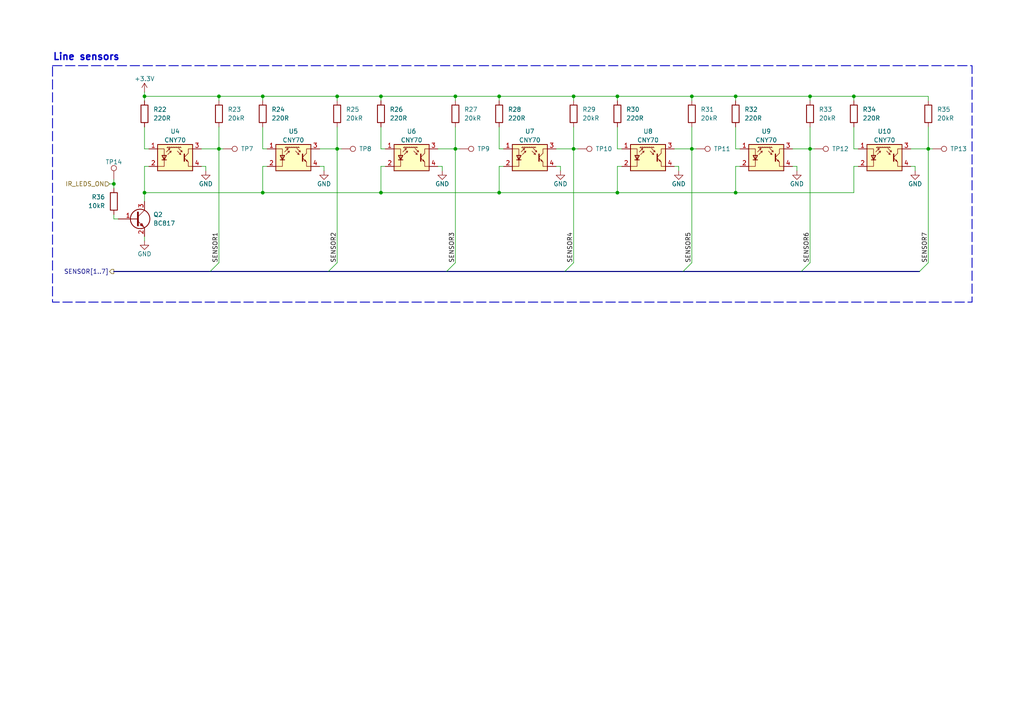
<source format=kicad_sch>
(kicad_sch (version 20230121) (generator eeschema)

  (uuid 7a59dcc8-2d97-4be6-baaa-61b01ee53be7)

  (paper "A4")

  (lib_symbols
    (symbol "Connector:TestPoint" (pin_numbers hide) (pin_names (offset 0.762) hide) (in_bom yes) (on_board yes)
      (property "Reference" "TP" (at 0 6.858 0)
        (effects (font (size 1.27 1.27)))
      )
      (property "Value" "TestPoint" (at 0 5.08 0)
        (effects (font (size 1.27 1.27)))
      )
      (property "Footprint" "" (at 5.08 0 0)
        (effects (font (size 1.27 1.27)) hide)
      )
      (property "Datasheet" "~" (at 5.08 0 0)
        (effects (font (size 1.27 1.27)) hide)
      )
      (property "ki_keywords" "test point tp" (at 0 0 0)
        (effects (font (size 1.27 1.27)) hide)
      )
      (property "ki_description" "test point" (at 0 0 0)
        (effects (font (size 1.27 1.27)) hide)
      )
      (property "ki_fp_filters" "Pin* Test*" (at 0 0 0)
        (effects (font (size 1.27 1.27)) hide)
      )
      (symbol "TestPoint_0_1"
        (circle (center 0 3.302) (radius 0.762)
          (stroke (width 0) (type default))
          (fill (type none))
        )
      )
      (symbol "TestPoint_1_1"
        (pin passive line (at 0 0 90) (length 2.54)
          (name "1" (effects (font (size 1.27 1.27))))
          (number "1" (effects (font (size 1.27 1.27))))
        )
      )
    )
    (symbol "Device:R" (pin_numbers hide) (pin_names (offset 0)) (in_bom yes) (on_board yes)
      (property "Reference" "R" (at 2.032 0 90)
        (effects (font (size 1.27 1.27)))
      )
      (property "Value" "R" (at 0 0 90)
        (effects (font (size 1.27 1.27)))
      )
      (property "Footprint" "" (at -1.778 0 90)
        (effects (font (size 1.27 1.27)) hide)
      )
      (property "Datasheet" "~" (at 0 0 0)
        (effects (font (size 1.27 1.27)) hide)
      )
      (property "ki_keywords" "R res resistor" (at 0 0 0)
        (effects (font (size 1.27 1.27)) hide)
      )
      (property "ki_description" "Resistor" (at 0 0 0)
        (effects (font (size 1.27 1.27)) hide)
      )
      (property "ki_fp_filters" "R_*" (at 0 0 0)
        (effects (font (size 1.27 1.27)) hide)
      )
      (symbol "R_0_1"
        (rectangle (start -1.016 -2.54) (end 1.016 2.54)
          (stroke (width 0.254) (type default))
          (fill (type none))
        )
      )
      (symbol "R_1_1"
        (pin passive line (at 0 3.81 270) (length 1.27)
          (name "~" (effects (font (size 1.27 1.27))))
          (number "1" (effects (font (size 1.27 1.27))))
        )
        (pin passive line (at 0 -3.81 90) (length 1.27)
          (name "~" (effects (font (size 1.27 1.27))))
          (number "2" (effects (font (size 1.27 1.27))))
        )
      )
    )
    (symbol "Sensor_Proximity:CNY70" (pin_names (offset 1.016) hide) (in_bom yes) (on_board yes)
      (property "Reference" "U" (at -5.08 5.08 0)
        (effects (font (size 1.27 1.27)))
      )
      (property "Value" "CNY70" (at 5.08 5.08 0)
        (effects (font (size 1.27 1.27)) (justify right))
      )
      (property "Footprint" "OptoDevice:Vishay_CNY70" (at 0 -5.08 0)
        (effects (font (size 1.27 1.27)) hide)
      )
      (property "Datasheet" "https://www.vishay.com/docs/83751/cny70.pdf" (at 0 2.54 0)
        (effects (font (size 1.27 1.27)) hide)
      )
      (property "ki_keywords" "Reflective Optical Sensor Opto" (at 0 0 0)
        (effects (font (size 1.27 1.27)) hide)
      )
      (property "ki_description" "Reflective Optical Sensor with Transistor Output" (at 0 0 0)
        (effects (font (size 1.27 1.27)) hide)
      )
      (property "ki_fp_filters" "Vishay*CNY70*" (at 0 0 0)
        (effects (font (size 1.27 1.27)) hide)
      )
      (symbol "CNY70_0_1"
        (polyline
          (pts
            (xy -3.81 -0.635)
            (xy -2.54 -0.635)
          )
          (stroke (width 0.254) (type default))
          (fill (type none))
        )
        (polyline
          (pts
            (xy -2.286 2.921)
            (xy -2.032 3.175)
          )
          (stroke (width 0) (type default))
          (fill (type none))
        )
        (polyline
          (pts
            (xy -1.778 2.921)
            (xy -1.524 3.175)
          )
          (stroke (width 0) (type default))
          (fill (type none))
        )
        (polyline
          (pts
            (xy -1.524 2.667)
            (xy -1.651 2.159)
          )
          (stroke (width 0) (type default))
          (fill (type none))
        )
        (polyline
          (pts
            (xy -1.27 2.921)
            (xy -1.016 3.175)
          )
          (stroke (width 0) (type default))
          (fill (type none))
        )
        (polyline
          (pts
            (xy -1.143 1.905)
            (xy -1.27 1.397)
          )
          (stroke (width 0) (type default))
          (fill (type none))
        )
        (polyline
          (pts
            (xy -0.762 2.921)
            (xy -0.508 3.175)
          )
          (stroke (width 0) (type default))
          (fill (type none))
        )
        (polyline
          (pts
            (xy -0.254 2.921)
            (xy 0 3.175)
          )
          (stroke (width 0) (type default))
          (fill (type none))
        )
        (polyline
          (pts
            (xy 0.254 2.921)
            (xy 0.508 3.175)
          )
          (stroke (width 0) (type default))
          (fill (type none))
        )
        (polyline
          (pts
            (xy 0.762 2.921)
            (xy 1.016 3.175)
          )
          (stroke (width 0) (type default))
          (fill (type none))
        )
        (polyline
          (pts
            (xy 1.27 2.921)
            (xy 1.524 3.175)
          )
          (stroke (width 0) (type default))
          (fill (type none))
        )
        (polyline
          (pts
            (xy 1.651 0.889)
            (xy 1.143 1.016)
          )
          (stroke (width 0) (type default))
          (fill (type none))
        )
        (polyline
          (pts
            (xy 1.778 2.921)
            (xy -2.413 2.921)
          )
          (stroke (width 0) (type default))
          (fill (type none))
        )
        (polyline
          (pts
            (xy 2.032 1.651)
            (xy 1.524 1.778)
          )
          (stroke (width 0) (type default))
          (fill (type none))
        )
        (polyline
          (pts
            (xy 2.667 -0.127)
            (xy 3.81 -1.27)
          )
          (stroke (width 0) (type default))
          (fill (type none))
        )
        (polyline
          (pts
            (xy 2.667 0.127)
            (xy 3.81 1.27)
          )
          (stroke (width 0) (type default))
          (fill (type none))
        )
        (polyline
          (pts
            (xy -2.54 1.651)
            (xy -1.524 2.667)
            (xy -2.032 2.54)
          )
          (stroke (width 0) (type default))
          (fill (type none))
        )
        (polyline
          (pts
            (xy -2.159 0.889)
            (xy -1.143 1.905)
            (xy -1.651 1.778)
          )
          (stroke (width 0) (type default))
          (fill (type none))
        )
        (polyline
          (pts
            (xy 0.635 1.905)
            (xy 1.651 0.889)
            (xy 1.524 1.397)
          )
          (stroke (width 0) (type default))
          (fill (type none))
        )
        (polyline
          (pts
            (xy 1.016 2.667)
            (xy 2.032 1.651)
            (xy 1.905 2.159)
          )
          (stroke (width 0) (type default))
          (fill (type none))
        )
        (polyline
          (pts
            (xy 2.667 1.016)
            (xy 2.667 -1.016)
            (xy 2.667 -1.016)
          )
          (stroke (width 0.3556) (type default))
          (fill (type none))
        )
        (polyline
          (pts
            (xy 3.81 -1.27)
            (xy 3.81 -2.54)
            (xy 5.08 -2.54)
          )
          (stroke (width 0) (type default))
          (fill (type none))
        )
        (polyline
          (pts
            (xy 3.81 1.27)
            (xy 3.81 2.54)
            (xy 5.08 2.54)
          )
          (stroke (width 0) (type default))
          (fill (type none))
        )
        (polyline
          (pts
            (xy -5.08 -2.54)
            (xy -3.175 -2.54)
            (xy -3.175 2.54)
            (xy -5.08 2.54)
          )
          (stroke (width 0) (type default))
          (fill (type none))
        )
        (polyline
          (pts
            (xy -3.175 -0.635)
            (xy -3.81 0.635)
            (xy -2.54 0.635)
            (xy -3.175 -0.635)
          )
          (stroke (width 0.254) (type default))
          (fill (type none))
        )
        (polyline
          (pts
            (xy 3.683 -1.143)
            (xy 3.429 -0.635)
            (xy 3.175 -0.889)
            (xy 3.683 -1.143)
          )
          (stroke (width 0) (type default))
          (fill (type none))
        )
        (polyline
          (pts
            (xy -5.08 -3.81)
            (xy 5.08 -3.81)
            (xy 5.08 3.81)
            (xy -5.08 3.81)
            (xy -5.08 -3.81)
          )
          (stroke (width 0.254) (type default))
          (fill (type background))
        )
      )
      (symbol "CNY70_1_1"
        (pin passive line (at -7.62 2.54 0) (length 2.54)
          (name "A" (effects (font (size 1.27 1.27))))
          (number "1" (effects (font (size 1.27 1.27))))
        )
        (pin passive line (at -7.62 -2.54 0) (length 2.54)
          (name "K" (effects (font (size 1.27 1.27))))
          (number "2" (effects (font (size 1.27 1.27))))
        )
        (pin open_collector line (at 7.62 2.54 180) (length 2.54)
          (name "C" (effects (font (size 1.27 1.27))))
          (number "3" (effects (font (size 1.27 1.27))))
        )
        (pin open_emitter line (at 7.62 -2.54 180) (length 2.54)
          (name "E" (effects (font (size 1.27 1.27))))
          (number "4" (effects (font (size 1.27 1.27))))
        )
      )
    )
    (symbol "Transistor_BJT:BC817" (pin_names (offset 0) hide) (in_bom yes) (on_board yes)
      (property "Reference" "Q" (at 5.08 1.905 0)
        (effects (font (size 1.27 1.27)) (justify left))
      )
      (property "Value" "BC817" (at 5.08 0 0)
        (effects (font (size 1.27 1.27)) (justify left))
      )
      (property "Footprint" "Package_TO_SOT_SMD:SOT-23" (at 5.08 -1.905 0)
        (effects (font (size 1.27 1.27) italic) (justify left) hide)
      )
      (property "Datasheet" "https://www.onsemi.com/pub/Collateral/BC818-D.pdf" (at 0 0 0)
        (effects (font (size 1.27 1.27)) (justify left) hide)
      )
      (property "ki_keywords" "NPN Transistor" (at 0 0 0)
        (effects (font (size 1.27 1.27)) hide)
      )
      (property "ki_description" "0.8A Ic, 45V Vce, NPN Transistor, SOT-23" (at 0 0 0)
        (effects (font (size 1.27 1.27)) hide)
      )
      (property "ki_fp_filters" "SOT?23*" (at 0 0 0)
        (effects (font (size 1.27 1.27)) hide)
      )
      (symbol "BC817_0_1"
        (polyline
          (pts
            (xy 0.635 0.635)
            (xy 2.54 2.54)
          )
          (stroke (width 0) (type default))
          (fill (type none))
        )
        (polyline
          (pts
            (xy 0.635 -0.635)
            (xy 2.54 -2.54)
            (xy 2.54 -2.54)
          )
          (stroke (width 0) (type default))
          (fill (type none))
        )
        (polyline
          (pts
            (xy 0.635 1.905)
            (xy 0.635 -1.905)
            (xy 0.635 -1.905)
          )
          (stroke (width 0.508) (type default))
          (fill (type none))
        )
        (polyline
          (pts
            (xy 1.27 -1.778)
            (xy 1.778 -1.27)
            (xy 2.286 -2.286)
            (xy 1.27 -1.778)
            (xy 1.27 -1.778)
          )
          (stroke (width 0) (type default))
          (fill (type outline))
        )
        (circle (center 1.27 0) (radius 2.8194)
          (stroke (width 0.254) (type default))
          (fill (type none))
        )
      )
      (symbol "BC817_1_1"
        (pin input line (at -5.08 0 0) (length 5.715)
          (name "B" (effects (font (size 1.27 1.27))))
          (number "1" (effects (font (size 1.27 1.27))))
        )
        (pin passive line (at 2.54 -5.08 90) (length 2.54)
          (name "E" (effects (font (size 1.27 1.27))))
          (number "2" (effects (font (size 1.27 1.27))))
        )
        (pin passive line (at 2.54 5.08 270) (length 2.54)
          (name "C" (effects (font (size 1.27 1.27))))
          (number "3" (effects (font (size 1.27 1.27))))
        )
      )
    )
    (symbol "power:+3.3V" (power) (pin_names (offset 0)) (in_bom yes) (on_board yes)
      (property "Reference" "#PWR" (at 0 -3.81 0)
        (effects (font (size 1.27 1.27)) hide)
      )
      (property "Value" "+3.3V" (at 0 3.556 0)
        (effects (font (size 1.27 1.27)))
      )
      (property "Footprint" "" (at 0 0 0)
        (effects (font (size 1.27 1.27)) hide)
      )
      (property "Datasheet" "" (at 0 0 0)
        (effects (font (size 1.27 1.27)) hide)
      )
      (property "ki_keywords" "global power" (at 0 0 0)
        (effects (font (size 1.27 1.27)) hide)
      )
      (property "ki_description" "Power symbol creates a global label with name \"+3.3V\"" (at 0 0 0)
        (effects (font (size 1.27 1.27)) hide)
      )
      (symbol "+3.3V_0_1"
        (polyline
          (pts
            (xy -0.762 1.27)
            (xy 0 2.54)
          )
          (stroke (width 0) (type default))
          (fill (type none))
        )
        (polyline
          (pts
            (xy 0 0)
            (xy 0 2.54)
          )
          (stroke (width 0) (type default))
          (fill (type none))
        )
        (polyline
          (pts
            (xy 0 2.54)
            (xy 0.762 1.27)
          )
          (stroke (width 0) (type default))
          (fill (type none))
        )
      )
      (symbol "+3.3V_1_1"
        (pin power_in line (at 0 0 90) (length 0) hide
          (name "+3.3V" (effects (font (size 1.27 1.27))))
          (number "1" (effects (font (size 1.27 1.27))))
        )
      )
    )
    (symbol "power:GND" (power) (pin_names (offset 0)) (in_bom yes) (on_board yes)
      (property "Reference" "#PWR" (at 0 -6.35 0)
        (effects (font (size 1.27 1.27)) hide)
      )
      (property "Value" "GND" (at 0 -3.81 0)
        (effects (font (size 1.27 1.27)))
      )
      (property "Footprint" "" (at 0 0 0)
        (effects (font (size 1.27 1.27)) hide)
      )
      (property "Datasheet" "" (at 0 0 0)
        (effects (font (size 1.27 1.27)) hide)
      )
      (property "ki_keywords" "global power" (at 0 0 0)
        (effects (font (size 1.27 1.27)) hide)
      )
      (property "ki_description" "Power symbol creates a global label with name \"GND\" , ground" (at 0 0 0)
        (effects (font (size 1.27 1.27)) hide)
      )
      (symbol "GND_0_1"
        (polyline
          (pts
            (xy 0 0)
            (xy 0 -1.27)
            (xy 1.27 -1.27)
            (xy 0 -2.54)
            (xy -1.27 -1.27)
            (xy 0 -1.27)
          )
          (stroke (width 0) (type default))
          (fill (type none))
        )
      )
      (symbol "GND_1_1"
        (pin power_in line (at 0 0 270) (length 0) hide
          (name "GND" (effects (font (size 1.27 1.27))))
          (number "1" (effects (font (size 1.27 1.27))))
        )
      )
    )
  )

  (junction (at 97.79 27.94) (diameter 0) (color 0 0 0 0)
    (uuid 07940eaf-416e-4137-8395-48363ca29ffd)
  )
  (junction (at 234.95 27.94) (diameter 0) (color 0 0 0 0)
    (uuid 0fa2c53a-b3e1-4b10-a59f-86d7156ac5e3)
  )
  (junction (at 144.78 27.94) (diameter 0) (color 0 0 0 0)
    (uuid 14477e68-a2f6-411b-8c79-9eac01eda374)
  )
  (junction (at 213.36 55.88) (diameter 0) (color 0 0 0 0)
    (uuid 149bad4d-f332-43e6-8112-76d6ea657bcb)
  )
  (junction (at 76.2 55.88) (diameter 0) (color 0 0 0 0)
    (uuid 1a47e295-b184-4c21-9955-29c8b1f6a53b)
  )
  (junction (at 33.02 53.34) (diameter 0) (color 0 0 0 0)
    (uuid 1acfc9e7-f630-4f87-989e-3237005795c3)
  )
  (junction (at 63.5 27.94) (diameter 0) (color 0 0 0 0)
    (uuid 2986338d-a0f5-49f4-befb-77ae1a6d2526)
  )
  (junction (at 63.5 43.18) (diameter 0) (color 0 0 0 0)
    (uuid 2ac5e124-d4bc-46b1-9bfb-a8bfaec80931)
  )
  (junction (at 269.24 43.18) (diameter 0) (color 0 0 0 0)
    (uuid 2f2a3ba6-52e8-46c0-ba33-6dba8764b0a4)
  )
  (junction (at 200.66 43.18) (diameter 0) (color 0 0 0 0)
    (uuid 36283608-a955-44f0-845b-9e8b51cc29cb)
  )
  (junction (at 132.08 43.18) (diameter 0) (color 0 0 0 0)
    (uuid 3bf1d562-c9f4-4184-9f1e-70c816a87def)
  )
  (junction (at 213.36 27.94) (diameter 0) (color 0 0 0 0)
    (uuid 492c7b6c-b167-4180-9301-00f0202303f8)
  )
  (junction (at 97.79 43.18) (diameter 0) (color 0 0 0 0)
    (uuid 5fb33918-872a-49ed-ac3f-aad4541e62d8)
  )
  (junction (at 166.37 43.18) (diameter 0) (color 0 0 0 0)
    (uuid 6a9e9af4-a4a0-41a8-af3f-ba9b6f2b9264)
  )
  (junction (at 110.49 27.94) (diameter 0) (color 0 0 0 0)
    (uuid 6c1df41d-b3a5-46e8-b2bd-314d16c794e0)
  )
  (junction (at 41.91 55.88) (diameter 0) (color 0 0 0 0)
    (uuid 71969a1f-64cb-4d1d-9ded-b68c1dc7b884)
  )
  (junction (at 41.91 27.94) (diameter 0) (color 0 0 0 0)
    (uuid 797895db-e0ca-4262-a28a-771b9aab33c8)
  )
  (junction (at 76.2 27.94) (diameter 0) (color 0 0 0 0)
    (uuid bb1d3a12-d1bd-402c-937f-30c0b3e610fd)
  )
  (junction (at 179.07 55.88) (diameter 0) (color 0 0 0 0)
    (uuid bf75879b-0420-4a06-9610-6f06a6ed815d)
  )
  (junction (at 110.49 55.88) (diameter 0) (color 0 0 0 0)
    (uuid c7fb9066-6121-4ee5-9bb4-fbe91a571d51)
  )
  (junction (at 200.66 27.94) (diameter 0) (color 0 0 0 0)
    (uuid c7ff7d42-b697-41ef-870c-7005c851eae2)
  )
  (junction (at 247.65 27.94) (diameter 0) (color 0 0 0 0)
    (uuid d527f215-8251-4569-9228-39262e23746e)
  )
  (junction (at 179.07 27.94) (diameter 0) (color 0 0 0 0)
    (uuid d75f811b-a92a-4f4b-b104-d1dac483a03e)
  )
  (junction (at 166.37 27.94) (diameter 0) (color 0 0 0 0)
    (uuid e1febdff-c70f-451e-94c9-01f047547197)
  )
  (junction (at 234.95 43.18) (diameter 0) (color 0 0 0 0)
    (uuid f4aa4ab6-f19f-4d44-a172-85f762e31f91)
  )
  (junction (at 132.08 27.94) (diameter 0) (color 0 0 0 0)
    (uuid fabf7346-ee5a-4b5e-92fc-a523bfc68537)
  )
  (junction (at 144.78 55.88) (diameter 0) (color 0 0 0 0)
    (uuid fe44652e-3314-4cff-a464-c64a09b24776)
  )

  (bus_entry (at 129.54 78.74) (size 2.54 -2.54)
    (stroke (width 0) (type default))
    (uuid 1c2ab072-0e8b-427a-aa29-67f4c174c5e6)
  )
  (bus_entry (at 266.7 78.74) (size 2.54 -2.54)
    (stroke (width 0) (type default))
    (uuid 64624b1f-0d31-4b68-b6be-ed594483b19f)
  )
  (bus_entry (at 198.12 78.74) (size 2.54 -2.54)
    (stroke (width 0) (type default))
    (uuid 9a7f08f6-fe3a-4ed5-9a42-bcded5999864)
  )
  (bus_entry (at 95.25 78.74) (size 2.54 -2.54)
    (stroke (width 0) (type default))
    (uuid c46fd2ae-6c03-40b9-9a7c-dbd8d748db9a)
  )
  (bus_entry (at 232.41 78.74) (size 2.54 -2.54)
    (stroke (width 0) (type default))
    (uuid e3660a1b-f9b1-4e29-a441-7210d071d4ef)
  )
  (bus_entry (at 163.83 78.74) (size 2.54 -2.54)
    (stroke (width 0) (type default))
    (uuid ef0aaf9d-338a-4307-af02-0421f2977a11)
  )
  (bus_entry (at 60.96 78.74) (size 2.54 -2.54)
    (stroke (width 0) (type default))
    (uuid f3109ea6-c8f9-42fd-8cfa-db986f6391b2)
  )

  (wire (pts (xy 265.43 49.53) (xy 265.43 48.26))
    (stroke (width 0) (type default))
    (uuid 006620b7-f3da-4505-a993-dd594bc0ba60)
  )
  (wire (pts (xy 132.08 43.18) (xy 132.08 76.2))
    (stroke (width 0) (type default))
    (uuid 028ed994-2a47-4448-a2a4-8849ba614947)
  )
  (wire (pts (xy 63.5 27.94) (xy 76.2 27.94))
    (stroke (width 0) (type default))
    (uuid 0399cc69-8a68-438c-b1a3-9a79131838de)
  )
  (wire (pts (xy 76.2 27.94) (xy 97.79 27.94))
    (stroke (width 0) (type default))
    (uuid 091020f8-e1b8-4ab1-94af-7fb8fcfa4dc6)
  )
  (wire (pts (xy 213.36 55.88) (xy 247.65 55.88))
    (stroke (width 0) (type default))
    (uuid 0a90c0b9-1246-4f6a-a8ac-a277de02e691)
  )
  (wire (pts (xy 110.49 48.26) (xy 111.76 48.26))
    (stroke (width 0) (type default))
    (uuid 0aacd677-ee6c-4018-af8b-8e547422757e)
  )
  (wire (pts (xy 264.16 43.18) (xy 269.24 43.18))
    (stroke (width 0) (type default))
    (uuid 0bf7e3f3-c2bf-4b6c-ad72-edfbd1c5a3d5)
  )
  (wire (pts (xy 200.66 43.18) (xy 201.93 43.18))
    (stroke (width 0) (type default))
    (uuid 0cfe4f50-2d67-40c4-be1c-c43e98fb59e7)
  )
  (bus (pts (xy 95.25 78.74) (xy 129.54 78.74))
    (stroke (width 0) (type default))
    (uuid 0f77fa2f-774b-449f-aa6d-2b609b5a6729)
  )

  (wire (pts (xy 229.87 43.18) (xy 234.95 43.18))
    (stroke (width 0) (type default))
    (uuid 138bffaf-5fe2-4ac1-b133-aab1e2abf463)
  )
  (wire (pts (xy 93.98 48.26) (xy 92.71 48.26))
    (stroke (width 0) (type default))
    (uuid 13aec1ad-646f-450f-8ec7-aa9fa460688d)
  )
  (wire (pts (xy 97.79 29.21) (xy 97.79 27.94))
    (stroke (width 0) (type default))
    (uuid 146100b5-84ab-4e51-85cd-bf6a54104bda)
  )
  (wire (pts (xy 110.49 27.94) (xy 110.49 29.21))
    (stroke (width 0) (type default))
    (uuid 163c6fbb-8a5e-414e-b1e8-86f7d864ef84)
  )
  (wire (pts (xy 166.37 43.18) (xy 166.37 36.83))
    (stroke (width 0) (type default))
    (uuid 17d162bd-5f09-4e5c-97c3-cfa8617f7c48)
  )
  (wire (pts (xy 76.2 55.88) (xy 110.49 55.88))
    (stroke (width 0) (type default))
    (uuid 1941d014-135f-4f5e-85b7-9873052eaca2)
  )
  (wire (pts (xy 196.85 49.53) (xy 196.85 48.26))
    (stroke (width 0) (type default))
    (uuid 199b3a71-bb91-438c-8898-374bcfd2d03d)
  )
  (wire (pts (xy 41.91 27.94) (xy 41.91 29.21))
    (stroke (width 0) (type default))
    (uuid 19ac8c15-30a2-43ff-8239-541191358379)
  )
  (wire (pts (xy 229.87 48.26) (xy 231.14 48.26))
    (stroke (width 0) (type default))
    (uuid 1ddf3bbc-cb9f-4660-9af0-42d8c1feba74)
  )
  (wire (pts (xy 41.91 55.88) (xy 76.2 55.88))
    (stroke (width 0) (type default))
    (uuid 228d09c7-0af8-40dc-b38c-3caa3c42f1ed)
  )
  (wire (pts (xy 234.95 43.18) (xy 236.22 43.18))
    (stroke (width 0) (type default))
    (uuid 29d76769-1839-4486-bcc7-dea1fc1db217)
  )
  (wire (pts (xy 166.37 43.18) (xy 167.64 43.18))
    (stroke (width 0) (type default))
    (uuid 2a302bb6-696e-4ede-ba71-023fc9190d56)
  )
  (wire (pts (xy 92.71 43.18) (xy 97.79 43.18))
    (stroke (width 0) (type default))
    (uuid 30223254-c972-4491-8092-a328357ffc9e)
  )
  (bus (pts (xy 60.96 78.74) (xy 95.25 78.74))
    (stroke (width 0) (type default))
    (uuid 31e65cd0-a967-402d-a37d-ddf7b980a44a)
  )

  (wire (pts (xy 234.95 29.21) (xy 234.95 27.94))
    (stroke (width 0) (type default))
    (uuid 34d253b3-9193-45d5-9d49-b8eab6e57cd0)
  )
  (wire (pts (xy 269.24 43.18) (xy 269.24 36.83))
    (stroke (width 0) (type default))
    (uuid 35d21c87-3190-448a-8444-53a09ad6e4e9)
  )
  (wire (pts (xy 41.91 27.94) (xy 63.5 27.94))
    (stroke (width 0) (type default))
    (uuid 38010972-14a3-416b-afe0-febff21c882a)
  )
  (wire (pts (xy 144.78 55.88) (xy 179.07 55.88))
    (stroke (width 0) (type default))
    (uuid 3905da55-5489-4d31-93ed-31cb2646415a)
  )
  (wire (pts (xy 196.85 48.26) (xy 195.58 48.26))
    (stroke (width 0) (type default))
    (uuid 39fd99bc-298f-4150-b403-a56ec82a7a80)
  )
  (wire (pts (xy 200.66 43.18) (xy 200.66 36.83))
    (stroke (width 0) (type default))
    (uuid 3dca37bb-6371-4a28-a5cd-213d170f086c)
  )
  (wire (pts (xy 41.91 36.83) (xy 41.91 43.18))
    (stroke (width 0) (type default))
    (uuid 3e5f0d6d-1115-42b7-b751-e0978a085048)
  )
  (wire (pts (xy 265.43 48.26) (xy 264.16 48.26))
    (stroke (width 0) (type default))
    (uuid 3f4f3d55-9c92-4fca-9797-ec1ed7323a16)
  )
  (wire (pts (xy 97.79 43.18) (xy 97.79 76.2))
    (stroke (width 0) (type default))
    (uuid 4035fece-40e1-4bec-b480-b2be0a53ee4b)
  )
  (wire (pts (xy 97.79 27.94) (xy 110.49 27.94))
    (stroke (width 0) (type default))
    (uuid 40ce0abd-e791-4462-9445-118af2384143)
  )
  (wire (pts (xy 110.49 55.88) (xy 144.78 55.88))
    (stroke (width 0) (type default))
    (uuid 436d347b-168e-4a5f-bfe1-805310e3c518)
  )
  (wire (pts (xy 247.65 27.94) (xy 247.65 29.21))
    (stroke (width 0) (type default))
    (uuid 451e1dd6-ac89-417a-b799-1dc7a5c29bce)
  )
  (wire (pts (xy 269.24 43.18) (xy 270.51 43.18))
    (stroke (width 0) (type default))
    (uuid 460d99e9-7d29-4438-8095-a068c2c27ee2)
  )
  (wire (pts (xy 213.36 36.83) (xy 213.36 43.18))
    (stroke (width 0) (type default))
    (uuid 461aa108-7e1f-46a6-a803-a21175cdba2a)
  )
  (bus (pts (xy 129.54 78.74) (xy 163.83 78.74))
    (stroke (width 0) (type default))
    (uuid 474931d2-5650-4fe6-8724-7789a2f5791b)
  )

  (wire (pts (xy 231.14 48.26) (xy 231.14 49.53))
    (stroke (width 0) (type default))
    (uuid 475cca80-282b-4d3f-8b90-34ded00fb869)
  )
  (bus (pts (xy 163.83 78.74) (xy 198.12 78.74))
    (stroke (width 0) (type default))
    (uuid 49e5aba2-fe08-4d74-841b-b15650a5a854)
  )

  (wire (pts (xy 41.91 58.42) (xy 41.91 55.88))
    (stroke (width 0) (type default))
    (uuid 4c02953f-82da-4cdf-8ec1-773ed8958648)
  )
  (wire (pts (xy 179.07 55.88) (xy 179.07 48.26))
    (stroke (width 0) (type default))
    (uuid 4d63247d-e3d9-41b7-bf3c-e96d2998ea33)
  )
  (wire (pts (xy 132.08 27.94) (xy 144.78 27.94))
    (stroke (width 0) (type default))
    (uuid 4d8b0d75-b170-4f7d-8b20-5c84805409f4)
  )
  (wire (pts (xy 179.07 36.83) (xy 179.07 43.18))
    (stroke (width 0) (type default))
    (uuid 4d9b0b8d-48ff-4c89-b9dc-562062879c39)
  )
  (wire (pts (xy 63.5 43.18) (xy 63.5 76.2))
    (stroke (width 0) (type default))
    (uuid 4dd8c84e-2245-4036-96b6-647e9cc89806)
  )
  (wire (pts (xy 162.56 48.26) (xy 162.56 49.53))
    (stroke (width 0) (type default))
    (uuid 53bda2aa-bdea-4eec-82c1-bc722ed78b82)
  )
  (wire (pts (xy 213.36 27.94) (xy 234.95 27.94))
    (stroke (width 0) (type default))
    (uuid 58dc4f5e-98b6-4c49-97c4-25444de46939)
  )
  (wire (pts (xy 234.95 43.18) (xy 234.95 76.2))
    (stroke (width 0) (type default))
    (uuid 5967b802-4528-4ab3-9401-d389c2558ec5)
  )
  (wire (pts (xy 132.08 29.21) (xy 132.08 27.94))
    (stroke (width 0) (type default))
    (uuid 5b55568e-e7f9-4283-9e21-585d5ed2acdf)
  )
  (wire (pts (xy 76.2 36.83) (xy 76.2 43.18))
    (stroke (width 0) (type default))
    (uuid 5b8fb077-0f61-4c2a-8a8c-4fb2eea13453)
  )
  (wire (pts (xy 144.78 27.94) (xy 166.37 27.94))
    (stroke (width 0) (type default))
    (uuid 5d5fef6b-7883-4fca-b477-1357e2e08c5e)
  )
  (wire (pts (xy 200.66 43.18) (xy 200.66 76.2))
    (stroke (width 0) (type default))
    (uuid 65cb7eff-1d4c-4a9b-87ee-25d26121cb71)
  )
  (wire (pts (xy 166.37 27.94) (xy 179.07 27.94))
    (stroke (width 0) (type default))
    (uuid 66d78096-8a69-46f7-8de9-b85f8ac371c1)
  )
  (bus (pts (xy 232.41 78.74) (xy 266.7 78.74))
    (stroke (width 0) (type default))
    (uuid 670e30ba-9899-45c2-9e7b-2255cbd2e8be)
  )

  (wire (pts (xy 31.75 53.34) (xy 33.02 53.34))
    (stroke (width 0) (type default))
    (uuid 6957214d-140a-4716-a18d-871c814e2cec)
  )
  (wire (pts (xy 127 48.26) (xy 128.27 48.26))
    (stroke (width 0) (type default))
    (uuid 695d39fc-dc2a-4f93-99e9-ef1cbfdf94b0)
  )
  (wire (pts (xy 76.2 55.88) (xy 76.2 48.26))
    (stroke (width 0) (type default))
    (uuid 6ae45239-de70-44a0-9a06-9e4aa801f1f9)
  )
  (wire (pts (xy 63.5 43.18) (xy 64.77 43.18))
    (stroke (width 0) (type default))
    (uuid 6af7ff92-7fcd-4b89-bef0-46c2ff1c2dbe)
  )
  (wire (pts (xy 33.02 62.23) (xy 33.02 63.5))
    (stroke (width 0) (type default))
    (uuid 6d946b62-9eaf-4186-93b8-e87ccf15acbb)
  )
  (bus (pts (xy 198.12 78.74) (xy 232.41 78.74))
    (stroke (width 0) (type default))
    (uuid 7f3fef37-c5a2-42a6-9d91-35880cb40f8f)
  )

  (wire (pts (xy 200.66 29.21) (xy 200.66 27.94))
    (stroke (width 0) (type default))
    (uuid 811ffe69-0c69-43fc-9aee-bdd635f1f3e6)
  )
  (wire (pts (xy 269.24 27.94) (xy 247.65 27.94))
    (stroke (width 0) (type default))
    (uuid 854c7813-0876-4d9a-9e37-68a5a363beff)
  )
  (wire (pts (xy 213.36 48.26) (xy 214.63 48.26))
    (stroke (width 0) (type default))
    (uuid 86616f90-7005-4922-a39b-684f472b4cdd)
  )
  (wire (pts (xy 144.78 43.18) (xy 146.05 43.18))
    (stroke (width 0) (type default))
    (uuid 87f026e1-af66-45eb-8bc8-f3a276e3b59f)
  )
  (wire (pts (xy 132.08 43.18) (xy 132.08 36.83))
    (stroke (width 0) (type default))
    (uuid 8b75dd96-6b04-4894-b12c-91e105643731)
  )
  (wire (pts (xy 179.07 55.88) (xy 213.36 55.88))
    (stroke (width 0) (type default))
    (uuid 8bf088cc-ddf4-426c-b2c8-6ba0141094ef)
  )
  (wire (pts (xy 128.27 48.26) (xy 128.27 49.53))
    (stroke (width 0) (type default))
    (uuid 8ce1f3b3-557f-4b18-91b6-dc8c971f5690)
  )
  (wire (pts (xy 269.24 43.18) (xy 269.24 76.2))
    (stroke (width 0) (type default))
    (uuid 92997845-937e-4bdc-bea5-c959f95cd8a6)
  )
  (wire (pts (xy 110.49 27.94) (xy 132.08 27.94))
    (stroke (width 0) (type default))
    (uuid 95f4d6a2-e33e-4091-9eab-e6442e61e441)
  )
  (wire (pts (xy 144.78 27.94) (xy 144.78 29.21))
    (stroke (width 0) (type default))
    (uuid 96efc55e-a601-42a3-a4ea-06658fce8bd1)
  )
  (wire (pts (xy 213.36 27.94) (xy 213.36 29.21))
    (stroke (width 0) (type default))
    (uuid 9a82cc37-ee57-4498-aaac-82e8961730a9)
  )
  (bus (pts (xy 33.02 78.74) (xy 60.96 78.74))
    (stroke (width 0) (type default))
    (uuid 9c905669-715c-436a-a261-80f27f19b098)
  )

  (wire (pts (xy 59.69 48.26) (xy 58.42 48.26))
    (stroke (width 0) (type default))
    (uuid a0b844de-6e68-4b24-b7e6-0349d7bd6e90)
  )
  (wire (pts (xy 76.2 48.26) (xy 77.47 48.26))
    (stroke (width 0) (type default))
    (uuid a3ad7150-85d1-479e-8a5a-892dbebd69de)
  )
  (wire (pts (xy 97.79 43.18) (xy 97.79 36.83))
    (stroke (width 0) (type default))
    (uuid ae360493-096a-4552-ad98-816fca9d483e)
  )
  (wire (pts (xy 179.07 27.94) (xy 179.07 29.21))
    (stroke (width 0) (type default))
    (uuid ae946b06-7fbf-41bc-ad76-c23d3cff6406)
  )
  (wire (pts (xy 63.5 43.18) (xy 63.5 36.83))
    (stroke (width 0) (type default))
    (uuid aff2aac7-6763-4d30-ad6b-083a93869598)
  )
  (wire (pts (xy 269.24 29.21) (xy 269.24 27.94))
    (stroke (width 0) (type default))
    (uuid b092f8a5-e559-42a0-b8e4-61ec0b1de0aa)
  )
  (wire (pts (xy 33.02 53.34) (xy 33.02 54.61))
    (stroke (width 0) (type default))
    (uuid b12c3745-721f-47ee-8618-e858af58503f)
  )
  (wire (pts (xy 247.65 48.26) (xy 248.92 48.26))
    (stroke (width 0) (type default))
    (uuid b15ace7e-6d77-4ccf-8dcc-adc08ba22d7d)
  )
  (wire (pts (xy 144.78 36.83) (xy 144.78 43.18))
    (stroke (width 0) (type default))
    (uuid b15d89fe-007b-48da-b7ca-09b9d1b3625a)
  )
  (wire (pts (xy 247.65 36.83) (xy 247.65 43.18))
    (stroke (width 0) (type default))
    (uuid b397e518-e23e-4eda-85de-26ee09ea0ff5)
  )
  (wire (pts (xy 93.98 49.53) (xy 93.98 48.26))
    (stroke (width 0) (type default))
    (uuid b3e7b584-dc73-405c-9e64-9cdcd5f1cbff)
  )
  (wire (pts (xy 41.91 48.26) (xy 43.18 48.26))
    (stroke (width 0) (type default))
    (uuid b4a5b9f2-2c89-4d76-b22d-d2ed4f7a1a04)
  )
  (wire (pts (xy 166.37 43.18) (xy 166.37 76.2))
    (stroke (width 0) (type default))
    (uuid b5818ee9-0d2e-4c71-ab97-48131721fae4)
  )
  (wire (pts (xy 59.69 49.53) (xy 59.69 48.26))
    (stroke (width 0) (type default))
    (uuid b5c3037c-c9cc-42bf-8f16-08b97521ab92)
  )
  (wire (pts (xy 41.91 48.26) (xy 41.91 55.88))
    (stroke (width 0) (type default))
    (uuid b90d2abd-8105-45ce-87b6-3fef6a00ea31)
  )
  (wire (pts (xy 33.02 63.5) (xy 34.29 63.5))
    (stroke (width 0) (type default))
    (uuid be20e1f9-3368-4481-b9ab-12e83b0a689e)
  )
  (wire (pts (xy 63.5 29.21) (xy 63.5 27.94))
    (stroke (width 0) (type default))
    (uuid befca9ad-dc2b-4659-8786-7e6aa8219a4a)
  )
  (wire (pts (xy 179.07 43.18) (xy 180.34 43.18))
    (stroke (width 0) (type default))
    (uuid bf952a32-c951-406d-877d-4ab402cc54af)
  )
  (wire (pts (xy 234.95 43.18) (xy 234.95 36.83))
    (stroke (width 0) (type default))
    (uuid c262e2ed-1d86-4d98-aa24-125722c22d50)
  )
  (wire (pts (xy 41.91 26.67) (xy 41.91 27.94))
    (stroke (width 0) (type default))
    (uuid c2a31e12-7c5d-4133-95ef-b2fe2589f60d)
  )
  (wire (pts (xy 200.66 27.94) (xy 213.36 27.94))
    (stroke (width 0) (type default))
    (uuid c7def02f-1048-4f30-9bec-67945aed3c6a)
  )
  (wire (pts (xy 97.79 43.18) (xy 99.06 43.18))
    (stroke (width 0) (type default))
    (uuid c92c9899-c7e6-4a75-b356-b6ecd211f0c2)
  )
  (wire (pts (xy 144.78 55.88) (xy 144.78 48.26))
    (stroke (width 0) (type default))
    (uuid cc160cb0-cca8-43f0-889f-82f44aefb8d3)
  )
  (wire (pts (xy 41.91 43.18) (xy 43.18 43.18))
    (stroke (width 0) (type default))
    (uuid cd6081f6-64af-4934-b41b-7118ca2eeed8)
  )
  (wire (pts (xy 161.29 43.18) (xy 166.37 43.18))
    (stroke (width 0) (type default))
    (uuid cfc64a49-9db1-4a33-af3c-8a7a6a060274)
  )
  (wire (pts (xy 213.36 55.88) (xy 213.36 48.26))
    (stroke (width 0) (type default))
    (uuid d17fd1d8-4652-4625-814c-a5e36cfa0cb8)
  )
  (wire (pts (xy 127 43.18) (xy 132.08 43.18))
    (stroke (width 0) (type default))
    (uuid d1b45834-db7c-494f-80f5-728ed28b26e5)
  )
  (wire (pts (xy 76.2 27.94) (xy 76.2 29.21))
    (stroke (width 0) (type default))
    (uuid d3220a60-1db9-4e24-a224-708258adf654)
  )
  (wire (pts (xy 247.65 43.18) (xy 248.92 43.18))
    (stroke (width 0) (type default))
    (uuid d3a58408-eed7-4c56-b8df-0d18dc598ef1)
  )
  (wire (pts (xy 110.49 43.18) (xy 111.76 43.18))
    (stroke (width 0) (type default))
    (uuid d5de86f0-82e4-47ee-85a8-e55e2ecda956)
  )
  (wire (pts (xy 110.49 55.88) (xy 110.49 48.26))
    (stroke (width 0) (type default))
    (uuid d6859193-e772-4359-a521-f121b0f6e459)
  )
  (wire (pts (xy 247.65 55.88) (xy 247.65 48.26))
    (stroke (width 0) (type default))
    (uuid dc9630bb-6d3a-468c-a838-aeccabaa8445)
  )
  (wire (pts (xy 33.02 52.07) (xy 33.02 53.34))
    (stroke (width 0) (type default))
    (uuid e5afde7c-d6e5-49e0-aa99-0ee083c451e8)
  )
  (wire (pts (xy 161.29 48.26) (xy 162.56 48.26))
    (stroke (width 0) (type default))
    (uuid e7cf107d-c323-430a-8b0d-16bf9ff226f4)
  )
  (wire (pts (xy 213.36 43.18) (xy 214.63 43.18))
    (stroke (width 0) (type default))
    (uuid eac2b55f-7845-44f5-ad1d-73a47303eb80)
  )
  (wire (pts (xy 195.58 43.18) (xy 200.66 43.18))
    (stroke (width 0) (type default))
    (uuid eb6ce8b8-1dcc-4a49-8807-bea5e425fd15)
  )
  (wire (pts (xy 166.37 29.21) (xy 166.37 27.94))
    (stroke (width 0) (type default))
    (uuid ecccaca6-55d7-4659-8d68-a18898330f2e)
  )
  (wire (pts (xy 58.42 43.18) (xy 63.5 43.18))
    (stroke (width 0) (type default))
    (uuid ef202db9-f878-4076-8f52-947a9f4aef72)
  )
  (wire (pts (xy 76.2 43.18) (xy 77.47 43.18))
    (stroke (width 0) (type default))
    (uuid f50da240-0bf1-4506-8eb4-4cb731fc1782)
  )
  (wire (pts (xy 179.07 48.26) (xy 180.34 48.26))
    (stroke (width 0) (type default))
    (uuid f65ec4ee-bf50-47dd-bd41-523e2cdd758c)
  )
  (wire (pts (xy 132.08 43.18) (xy 133.35 43.18))
    (stroke (width 0) (type default))
    (uuid f6d512f1-3771-4385-9737-20e6a82b8132)
  )
  (wire (pts (xy 179.07 27.94) (xy 200.66 27.94))
    (stroke (width 0) (type default))
    (uuid f97741bc-6273-4d7b-b016-f8909270eac5)
  )
  (wire (pts (xy 110.49 36.83) (xy 110.49 43.18))
    (stroke (width 0) (type default))
    (uuid fa588506-eb44-49ac-af24-86ebcd10390c)
  )
  (wire (pts (xy 41.91 68.58) (xy 41.91 69.85))
    (stroke (width 0) (type default))
    (uuid fc332173-d2e3-4fba-98d8-0dcb9c5c851c)
  )
  (wire (pts (xy 144.78 48.26) (xy 146.05 48.26))
    (stroke (width 0) (type default))
    (uuid fca6c23c-1afe-4f80-8f8a-c144d68a0fa3)
  )
  (wire (pts (xy 234.95 27.94) (xy 247.65 27.94))
    (stroke (width 0) (type default))
    (uuid ff3ed4a9-db9d-4055-b76a-4a4e7cf816fb)
  )

  (rectangle (start 15.24 19.05) (end 281.94 87.63)
    (stroke (width 0.25) (type dash))
    (fill (type none))
    (uuid 14b40fca-3b67-4da8-b1f3-04cbaedbbc59)
  )

  (text "Line sensors" (at 15.24 17.78 0)
    (effects (font (size 2 2) (thickness 0.4) bold) (justify left bottom))
    (uuid d8a90c04-406b-4ccc-a424-a6496000df70)
  )

  (label "SENSOR7" (at 269.24 76.2 90) (fields_autoplaced)
    (effects (font (size 1.27 1.27)) (justify left bottom))
    (uuid 202ba6a3-58bc-4c33-89c7-1e4f666b8022)
  )
  (label "SENSOR5" (at 200.66 76.2 90) (fields_autoplaced)
    (effects (font (size 1.27 1.27)) (justify left bottom))
    (uuid 2e0e779a-2727-4866-a1b4-27231f1f7ff6)
  )
  (label "SENSOR4" (at 166.37 76.2 90) (fields_autoplaced)
    (effects (font (size 1.27 1.27)) (justify left bottom))
    (uuid 6e598409-e286-4b26-8963-6faf064eb39e)
  )
  (label "SENSOR3" (at 132.08 76.2 90) (fields_autoplaced)
    (effects (font (size 1.27 1.27)) (justify left bottom))
    (uuid 76c21041-2c4f-440d-ab3e-b766c6565982)
  )
  (label "SENSOR1" (at 63.5 76.2 90) (fields_autoplaced)
    (effects (font (size 1.27 1.27)) (justify left bottom))
    (uuid 9939bc2b-164a-41af-8a58-f61d61206402)
  )
  (label "SENSOR2" (at 97.79 76.2 90) (fields_autoplaced)
    (effects (font (size 1.27 1.27)) (justify left bottom))
    (uuid 9c5f35de-1c98-427e-b055-6a6c1dc0727b)
  )
  (label "SENSOR6" (at 234.95 76.2 90) (fields_autoplaced)
    (effects (font (size 1.27 1.27)) (justify left bottom))
    (uuid c44c5e6a-d619-434e-b464-c5724735ef76)
  )

  (hierarchical_label "IR_LEDS_ON" (shape input) (at 31.75 53.34 180) (fields_autoplaced)
    (effects (font (size 1.27 1.27)) (justify right))
    (uuid 1182f4db-8467-4a61-b7d9-6c0ba3645557)
  )
  (hierarchical_label "SENSOR[1..7]" (shape output) (at 33.02 78.74 180) (fields_autoplaced)
    (effects (font (size 1.27 1.27)) (justify right))
    (uuid 2cd8a8e9-5fad-4681-a59b-af4f5e59c4a8)
  )

  (symbol (lib_id "power:GND") (at 93.98 49.53 0) (unit 1)
    (in_bom yes) (on_board yes) (dnp no)
    (uuid 0450e50a-7034-4c7a-a366-4f63e6abed91)
    (property "Reference" "#PWR031" (at 93.98 55.88 0)
      (effects (font (size 1.27 1.27)) hide)
    )
    (property "Value" "GND" (at 93.98 53.34 0)
      (effects (font (size 1.27 1.27)))
    )
    (property "Footprint" "" (at 93.98 49.53 0)
      (effects (font (size 1.27 1.27)) hide)
    )
    (property "Datasheet" "" (at 93.98 49.53 0)
      (effects (font (size 1.27 1.27)) hide)
    )
    (pin "1" (uuid c422b00f-3efe-42ce-8c01-8064a17fcff9))
    (instances
      (project "Autko"
        (path "/8d5cfdec-de34-4148-9100-7125640c46f5/80d635c6-4a73-4538-989a-c930c6a7f33b"
          (reference "#PWR031") (unit 1)
        )
      )
    )
  )

  (symbol (lib_id "Device:R") (at 33.02 58.42 0) (mirror y) (unit 1)
    (in_bom yes) (on_board yes) (dnp no)
    (uuid 0917e50f-04eb-4733-b135-a689c0d9b269)
    (property "Reference" "R36" (at 30.48 57.15 0)
      (effects (font (size 1.27 1.27)) (justify left))
    )
    (property "Value" "10kR" (at 30.48 59.69 0)
      (effects (font (size 1.27 1.27)) (justify left))
    )
    (property "Footprint" "Resistor_SMD:R_0805_2012Metric" (at 34.798 58.42 90)
      (effects (font (size 1.27 1.27)) hide)
    )
    (property "Datasheet" "~" (at 33.02 58.42 0)
      (effects (font (size 1.27 1.27)) hide)
    )
    (pin "1" (uuid f0695340-be49-4a2a-aa8b-f6a053f4e7bc))
    (pin "2" (uuid 38f74ab9-1984-4f9e-bca5-4f25708168fb))
    (instances
      (project "Autko"
        (path "/8d5cfdec-de34-4148-9100-7125640c46f5/80d635c6-4a73-4538-989a-c930c6a7f33b"
          (reference "R36") (unit 1)
        )
      )
    )
  )

  (symbol (lib_id "power:GND") (at 59.69 49.53 0) (unit 1)
    (in_bom yes) (on_board yes) (dnp no)
    (uuid 13e1ce8f-fb7b-4c21-83b4-075e0f4949de)
    (property "Reference" "#PWR030" (at 59.69 55.88 0)
      (effects (font (size 1.27 1.27)) hide)
    )
    (property "Value" "GND" (at 59.69 53.34 0)
      (effects (font (size 1.27 1.27)))
    )
    (property "Footprint" "" (at 59.69 49.53 0)
      (effects (font (size 1.27 1.27)) hide)
    )
    (property "Datasheet" "" (at 59.69 49.53 0)
      (effects (font (size 1.27 1.27)) hide)
    )
    (pin "1" (uuid f09007f2-7718-4cf6-8b27-f16c19206874))
    (instances
      (project "Autko"
        (path "/8d5cfdec-de34-4148-9100-7125640c46f5/80d635c6-4a73-4538-989a-c930c6a7f33b"
          (reference "#PWR030") (unit 1)
        )
      )
    )
  )

  (symbol (lib_id "Device:R") (at 247.65 33.02 0) (unit 1)
    (in_bom yes) (on_board yes) (dnp no)
    (uuid 244b8ebd-cae5-4e2c-94b7-ddbdecf24a10)
    (property "Reference" "R34" (at 250.19 31.75 0)
      (effects (font (size 1.27 1.27)) (justify left))
    )
    (property "Value" "220R" (at 250.19 34.29 0)
      (effects (font (size 1.27 1.27)) (justify left))
    )
    (property "Footprint" "Resistor_SMD:R_0805_2012Metric" (at 245.872 33.02 90)
      (effects (font (size 1.27 1.27)) hide)
    )
    (property "Datasheet" "~" (at 247.65 33.02 0)
      (effects (font (size 1.27 1.27)) hide)
    )
    (pin "1" (uuid 45d0dccf-d222-4c7b-aeb7-35d54e37c9f5))
    (pin "2" (uuid 6ff5d5f6-f188-4d19-91e4-ca47d0e010d3))
    (instances
      (project "Autko"
        (path "/8d5cfdec-de34-4148-9100-7125640c46f5/80d635c6-4a73-4538-989a-c930c6a7f33b"
          (reference "R34") (unit 1)
        )
      )
    )
  )

  (symbol (lib_id "power:+3.3V") (at 41.91 26.67 0) (unit 1)
    (in_bom yes) (on_board yes) (dnp no) (fields_autoplaced)
    (uuid 25560f0d-e40a-421c-89bc-1dddc6499807)
    (property "Reference" "#PWR029" (at 41.91 30.48 0)
      (effects (font (size 1.27 1.27)) hide)
    )
    (property "Value" "+3.3V" (at 41.91 22.86 0)
      (effects (font (size 1.27 1.27)))
    )
    (property "Footprint" "" (at 41.91 26.67 0)
      (effects (font (size 1.27 1.27)) hide)
    )
    (property "Datasheet" "" (at 41.91 26.67 0)
      (effects (font (size 1.27 1.27)) hide)
    )
    (pin "1" (uuid 3de8d23a-cc63-4014-8277-63b5db984204))
    (instances
      (project "Autko"
        (path "/8d5cfdec-de34-4148-9100-7125640c46f5/80d635c6-4a73-4538-989a-c930c6a7f33b"
          (reference "#PWR029") (unit 1)
        )
      )
    )
  )

  (symbol (lib_id "Device:R") (at 144.78 33.02 0) (unit 1)
    (in_bom yes) (on_board yes) (dnp no)
    (uuid 28d3cab0-c672-464c-83cb-cf3c1919a062)
    (property "Reference" "R28" (at 147.32 31.75 0)
      (effects (font (size 1.27 1.27)) (justify left))
    )
    (property "Value" "220R" (at 147.32 34.29 0)
      (effects (font (size 1.27 1.27)) (justify left))
    )
    (property "Footprint" "Resistor_SMD:R_0805_2012Metric" (at 143.002 33.02 90)
      (effects (font (size 1.27 1.27)) hide)
    )
    (property "Datasheet" "~" (at 144.78 33.02 0)
      (effects (font (size 1.27 1.27)) hide)
    )
    (pin "1" (uuid 4aeedc62-ce50-480d-b4aa-2cc56635c157))
    (pin "2" (uuid 9266562a-a508-46a6-adfc-18183b8e3606))
    (instances
      (project "Autko"
        (path "/8d5cfdec-de34-4148-9100-7125640c46f5/80d635c6-4a73-4538-989a-c930c6a7f33b"
          (reference "R28") (unit 1)
        )
      )
    )
  )

  (symbol (lib_id "Connector:TestPoint") (at 236.22 43.18 270) (unit 1)
    (in_bom yes) (on_board yes) (dnp no)
    (uuid 30b9e738-c509-434b-8dba-e016027827a0)
    (property "Reference" "TP12" (at 241.3 43.18 90)
      (effects (font (size 1.27 1.27)) (justify left))
    )
    (property "Value" "TestPoint" (at 241.3 45.085 90)
      (effects (font (size 1.27 1.27)) (justify left) hide)
    )
    (property "Footprint" "TestPoint:TestPoint_Pad_D2.0mm" (at 236.22 48.26 0)
      (effects (font (size 1.27 1.27)) hide)
    )
    (property "Datasheet" "~" (at 236.22 48.26 0)
      (effects (font (size 1.27 1.27)) hide)
    )
    (pin "1" (uuid 0d5d6280-84cb-4498-a9f5-121fcc688551))
    (instances
      (project "Autko"
        (path "/8d5cfdec-de34-4148-9100-7125640c46f5/80d635c6-4a73-4538-989a-c930c6a7f33b"
          (reference "TP12") (unit 1)
        )
      )
    )
  )

  (symbol (lib_id "Connector:TestPoint") (at 133.35 43.18 270) (unit 1)
    (in_bom yes) (on_board yes) (dnp no)
    (uuid 32c4234c-a6c5-4af7-bc76-f213e337dcfc)
    (property "Reference" "TP9" (at 138.43 43.18 90)
      (effects (font (size 1.27 1.27)) (justify left))
    )
    (property "Value" "TestPoint" (at 138.43 45.085 90)
      (effects (font (size 1.27 1.27)) (justify left) hide)
    )
    (property "Footprint" "TestPoint:TestPoint_Pad_D2.0mm" (at 133.35 48.26 0)
      (effects (font (size 1.27 1.27)) hide)
    )
    (property "Datasheet" "~" (at 133.35 48.26 0)
      (effects (font (size 1.27 1.27)) hide)
    )
    (pin "1" (uuid 9d54ec56-ea49-459c-ad0b-11cc199ab9b8))
    (instances
      (project "Autko"
        (path "/8d5cfdec-de34-4148-9100-7125640c46f5/80d635c6-4a73-4538-989a-c930c6a7f33b"
          (reference "TP9") (unit 1)
        )
      )
    )
  )

  (symbol (lib_id "Connector:TestPoint") (at 99.06 43.18 270) (unit 1)
    (in_bom yes) (on_board yes) (dnp no)
    (uuid 3486d5fd-f3b2-471c-a8b9-b37b62d4d732)
    (property "Reference" "TP8" (at 104.14 43.18 90)
      (effects (font (size 1.27 1.27)) (justify left))
    )
    (property "Value" "TestPoint" (at 104.14 45.085 90)
      (effects (font (size 1.27 1.27)) (justify left) hide)
    )
    (property "Footprint" "TestPoint:TestPoint_Pad_D2.0mm" (at 99.06 48.26 0)
      (effects (font (size 1.27 1.27)) hide)
    )
    (property "Datasheet" "~" (at 99.06 48.26 0)
      (effects (font (size 1.27 1.27)) hide)
    )
    (pin "1" (uuid de9f94a7-a900-468a-bbee-8d9aaea8db6d))
    (instances
      (project "Autko"
        (path "/8d5cfdec-de34-4148-9100-7125640c46f5/80d635c6-4a73-4538-989a-c930c6a7f33b"
          (reference "TP8") (unit 1)
        )
      )
    )
  )

  (symbol (lib_id "Sensor_Proximity:CNY70") (at 85.09 45.72 0) (unit 1)
    (in_bom yes) (on_board yes) (dnp no) (fields_autoplaced)
    (uuid 3da03eaf-08e0-4f1a-ab26-3ad7f5697734)
    (property "Reference" "U5" (at 85.09 38.1 0)
      (effects (font (size 1.27 1.27)))
    )
    (property "Value" "CNY70" (at 85.09 40.64 0)
      (effects (font (size 1.27 1.27)))
    )
    (property "Footprint" "Autko:Vishay_CNY70" (at 85.09 50.8 0)
      (effects (font (size 1.27 1.27)) hide)
    )
    (property "Datasheet" "https://www.vishay.com/docs/83751/cny70.pdf" (at 85.09 43.18 0)
      (effects (font (size 1.27 1.27)) hide)
    )
    (pin "1" (uuid 9d3367cc-f245-4127-a894-c9ede961c91a))
    (pin "2" (uuid 828a8471-b92c-49b7-969b-35395d046491))
    (pin "3" (uuid 2fecd2ed-aaa5-4e5f-b2e5-d5ec9f97b1d4))
    (pin "4" (uuid a675cff3-9a11-4038-935c-d69a23482f76))
    (instances
      (project "Autko"
        (path "/8d5cfdec-de34-4148-9100-7125640c46f5/80d635c6-4a73-4538-989a-c930c6a7f33b"
          (reference "U5") (unit 1)
        )
      )
    )
  )

  (symbol (lib_id "Device:R") (at 41.91 33.02 0) (unit 1)
    (in_bom yes) (on_board yes) (dnp no)
    (uuid 3e626efd-930f-4968-8c93-3e30fc1241fa)
    (property "Reference" "R22" (at 44.45 31.75 0)
      (effects (font (size 1.27 1.27)) (justify left))
    )
    (property "Value" "220R" (at 44.45 34.29 0)
      (effects (font (size 1.27 1.27)) (justify left))
    )
    (property "Footprint" "Resistor_SMD:R_0805_2012Metric" (at 40.132 33.02 90)
      (effects (font (size 1.27 1.27)) hide)
    )
    (property "Datasheet" "~" (at 41.91 33.02 0)
      (effects (font (size 1.27 1.27)) hide)
    )
    (pin "1" (uuid f8b246eb-d3f0-430d-914c-225d7bda0a29))
    (pin "2" (uuid cdf9677b-515d-4a4b-9c97-0d2b511f3353))
    (instances
      (project "Autko"
        (path "/8d5cfdec-de34-4148-9100-7125640c46f5/80d635c6-4a73-4538-989a-c930c6a7f33b"
          (reference "R22") (unit 1)
        )
      )
    )
  )

  (symbol (lib_id "power:GND") (at 128.27 49.53 0) (unit 1)
    (in_bom yes) (on_board yes) (dnp no)
    (uuid 43fdcdb3-eb3b-47a5-9e88-c12f40da9ba8)
    (property "Reference" "#PWR032" (at 128.27 55.88 0)
      (effects (font (size 1.27 1.27)) hide)
    )
    (property "Value" "GND" (at 128.27 53.34 0)
      (effects (font (size 1.27 1.27)))
    )
    (property "Footprint" "" (at 128.27 49.53 0)
      (effects (font (size 1.27 1.27)) hide)
    )
    (property "Datasheet" "" (at 128.27 49.53 0)
      (effects (font (size 1.27 1.27)) hide)
    )
    (pin "1" (uuid 531be40d-e2a2-4d5f-897d-29f3cb03a35a))
    (instances
      (project "Autko"
        (path "/8d5cfdec-de34-4148-9100-7125640c46f5/80d635c6-4a73-4538-989a-c930c6a7f33b"
          (reference "#PWR032") (unit 1)
        )
      )
    )
  )

  (symbol (lib_id "Sensor_Proximity:CNY70") (at 119.38 45.72 0) (unit 1)
    (in_bom yes) (on_board yes) (dnp no) (fields_autoplaced)
    (uuid 4a1dc38c-c4a6-4bb9-bca8-dd49e7aa7258)
    (property "Reference" "U6" (at 119.38 38.1 0)
      (effects (font (size 1.27 1.27)))
    )
    (property "Value" "CNY70" (at 119.38 40.64 0)
      (effects (font (size 1.27 1.27)))
    )
    (property "Footprint" "Autko:Vishay_CNY70" (at 119.38 50.8 0)
      (effects (font (size 1.27 1.27)) hide)
    )
    (property "Datasheet" "https://www.vishay.com/docs/83751/cny70.pdf" (at 119.38 43.18 0)
      (effects (font (size 1.27 1.27)) hide)
    )
    (pin "1" (uuid 6f15a2ca-ae5d-4ac1-9a0e-f499564e5bd2))
    (pin "2" (uuid ff205c18-b675-4c12-83a3-ae37e59241ec))
    (pin "3" (uuid ba652523-e0bd-4ef1-ab47-72f0b74828f7))
    (pin "4" (uuid 280e3b2e-1143-419b-9d2e-9f854b026a5d))
    (instances
      (project "Autko"
        (path "/8d5cfdec-de34-4148-9100-7125640c46f5/80d635c6-4a73-4538-989a-c930c6a7f33b"
          (reference "U6") (unit 1)
        )
      )
    )
  )

  (symbol (lib_id "Device:R") (at 63.5 33.02 0) (unit 1)
    (in_bom yes) (on_board yes) (dnp no)
    (uuid 50507f0d-e969-4a82-baca-4bef3908a59e)
    (property "Reference" "R23" (at 66.04 31.75 0)
      (effects (font (size 1.27 1.27)) (justify left))
    )
    (property "Value" "20kR" (at 66.04 34.29 0)
      (effects (font (size 1.27 1.27)) (justify left))
    )
    (property "Footprint" "Resistor_SMD:R_0805_2012Metric" (at 61.722 33.02 90)
      (effects (font (size 1.27 1.27)) hide)
    )
    (property "Datasheet" "~" (at 63.5 33.02 0)
      (effects (font (size 1.27 1.27)) hide)
    )
    (pin "1" (uuid 6c9d5cd8-5249-4db0-8079-83b4d758f96c))
    (pin "2" (uuid 317cf36a-48ff-42f5-b3f3-09f204ab7544))
    (instances
      (project "Autko"
        (path "/8d5cfdec-de34-4148-9100-7125640c46f5/80d635c6-4a73-4538-989a-c930c6a7f33b"
          (reference "R23") (unit 1)
        )
      )
    )
  )

  (symbol (lib_id "Device:R") (at 76.2 33.02 0) (unit 1)
    (in_bom yes) (on_board yes) (dnp no)
    (uuid 580549c7-89e3-481b-83f8-03f1679e60c3)
    (property "Reference" "R24" (at 78.74 31.75 0)
      (effects (font (size 1.27 1.27)) (justify left))
    )
    (property "Value" "220R" (at 78.74 34.29 0)
      (effects (font (size 1.27 1.27)) (justify left))
    )
    (property "Footprint" "Resistor_SMD:R_0805_2012Metric" (at 74.422 33.02 90)
      (effects (font (size 1.27 1.27)) hide)
    )
    (property "Datasheet" "~" (at 76.2 33.02 0)
      (effects (font (size 1.27 1.27)) hide)
    )
    (pin "1" (uuid 8d985bdf-6769-4c34-98dd-e28d68c37f10))
    (pin "2" (uuid bcbb9034-27b1-4694-aefc-d33ebaeb8820))
    (instances
      (project "Autko"
        (path "/8d5cfdec-de34-4148-9100-7125640c46f5/80d635c6-4a73-4538-989a-c930c6a7f33b"
          (reference "R24") (unit 1)
        )
      )
    )
  )

  (symbol (lib_id "Device:R") (at 110.49 33.02 0) (unit 1)
    (in_bom yes) (on_board yes) (dnp no)
    (uuid 6c378301-40cd-43e9-b42d-b3bf5395252d)
    (property "Reference" "R26" (at 113.03 31.75 0)
      (effects (font (size 1.27 1.27)) (justify left))
    )
    (property "Value" "220R" (at 113.03 34.29 0)
      (effects (font (size 1.27 1.27)) (justify left))
    )
    (property "Footprint" "Resistor_SMD:R_0805_2012Metric" (at 108.712 33.02 90)
      (effects (font (size 1.27 1.27)) hide)
    )
    (property "Datasheet" "~" (at 110.49 33.02 0)
      (effects (font (size 1.27 1.27)) hide)
    )
    (pin "1" (uuid 7dc31db5-f764-4b4e-b0bb-3cd4ae194229))
    (pin "2" (uuid 6ca8cfb4-d3e2-41e1-8e53-55f64754dbe4))
    (instances
      (project "Autko"
        (path "/8d5cfdec-de34-4148-9100-7125640c46f5/80d635c6-4a73-4538-989a-c930c6a7f33b"
          (reference "R26") (unit 1)
        )
      )
    )
  )

  (symbol (lib_id "power:GND") (at 196.85 49.53 0) (unit 1)
    (in_bom yes) (on_board yes) (dnp no)
    (uuid 75dcbcfb-f4fd-4fb6-988f-ee8001b35e29)
    (property "Reference" "#PWR034" (at 196.85 55.88 0)
      (effects (font (size 1.27 1.27)) hide)
    )
    (property "Value" "GND" (at 196.85 53.34 0)
      (effects (font (size 1.27 1.27)))
    )
    (property "Footprint" "" (at 196.85 49.53 0)
      (effects (font (size 1.27 1.27)) hide)
    )
    (property "Datasheet" "" (at 196.85 49.53 0)
      (effects (font (size 1.27 1.27)) hide)
    )
    (pin "1" (uuid 37690604-2a36-4403-a407-a342e9b82f0f))
    (instances
      (project "Autko"
        (path "/8d5cfdec-de34-4148-9100-7125640c46f5/80d635c6-4a73-4538-989a-c930c6a7f33b"
          (reference "#PWR034") (unit 1)
        )
      )
    )
  )

  (symbol (lib_id "Device:R") (at 166.37 33.02 0) (unit 1)
    (in_bom yes) (on_board yes) (dnp no)
    (uuid 765301d5-526a-450c-9a20-148220587e7f)
    (property "Reference" "R29" (at 168.91 31.75 0)
      (effects (font (size 1.27 1.27)) (justify left))
    )
    (property "Value" "20kR" (at 168.91 34.29 0)
      (effects (font (size 1.27 1.27)) (justify left))
    )
    (property "Footprint" "Resistor_SMD:R_0805_2012Metric" (at 164.592 33.02 90)
      (effects (font (size 1.27 1.27)) hide)
    )
    (property "Datasheet" "~" (at 166.37 33.02 0)
      (effects (font (size 1.27 1.27)) hide)
    )
    (pin "1" (uuid c3f287b3-b3ab-49c5-b441-e7295782a03a))
    (pin "2" (uuid a4d2fedb-6557-486c-87db-dc5e9a55b894))
    (instances
      (project "Autko"
        (path "/8d5cfdec-de34-4148-9100-7125640c46f5/80d635c6-4a73-4538-989a-c930c6a7f33b"
          (reference "R29") (unit 1)
        )
      )
    )
  )

  (symbol (lib_id "Sensor_Proximity:CNY70") (at 153.67 45.72 0) (unit 1)
    (in_bom yes) (on_board yes) (dnp no) (fields_autoplaced)
    (uuid 793466f4-a9b5-4e3b-a90f-df00375f4496)
    (property "Reference" "U7" (at 153.67 38.1 0)
      (effects (font (size 1.27 1.27)))
    )
    (property "Value" "CNY70" (at 153.67 40.64 0)
      (effects (font (size 1.27 1.27)))
    )
    (property "Footprint" "Autko:Vishay_CNY70" (at 153.67 50.8 0)
      (effects (font (size 1.27 1.27)) hide)
    )
    (property "Datasheet" "https://www.vishay.com/docs/83751/cny70.pdf" (at 153.67 43.18 0)
      (effects (font (size 1.27 1.27)) hide)
    )
    (pin "1" (uuid 8c610461-74bc-4c48-9545-c28d68facc4c))
    (pin "2" (uuid 10e4de86-1d00-4cf8-ab82-15777cf6faf6))
    (pin "3" (uuid d7f8044d-6171-4602-a29d-065d6e879390))
    (pin "4" (uuid 768bcdaf-ce65-45ec-837e-d16069d10ee4))
    (instances
      (project "Autko"
        (path "/8d5cfdec-de34-4148-9100-7125640c46f5/80d635c6-4a73-4538-989a-c930c6a7f33b"
          (reference "U7") (unit 1)
        )
      )
    )
  )

  (symbol (lib_id "Transistor_BJT:BC817") (at 39.37 63.5 0) (unit 1)
    (in_bom yes) (on_board yes) (dnp no)
    (uuid 82d5b226-fab1-48a4-adad-0de9049cda60)
    (property "Reference" "Q2" (at 44.45 62.23 0)
      (effects (font (size 1.27 1.27)) (justify left))
    )
    (property "Value" "BC817" (at 44.45 64.77 0)
      (effects (font (size 1.27 1.27)) (justify left))
    )
    (property "Footprint" "Package_TO_SOT_SMD:SOT-23" (at 44.45 65.405 0)
      (effects (font (size 1.27 1.27) italic) (justify left) hide)
    )
    (property "Datasheet" "https://www.onsemi.com/pub/Collateral/BC818-D.pdf" (at 39.37 63.5 0)
      (effects (font (size 1.27 1.27)) (justify left) hide)
    )
    (pin "1" (uuid 67061620-0bb8-4aa9-8a4e-36ec6f327fb1))
    (pin "2" (uuid 1a865a1d-49dc-4796-aab3-786c2df66b63))
    (pin "3" (uuid 10bce63f-14f1-473b-a7f1-5e51039d9aac))
    (instances
      (project "Autko"
        (path "/8d5cfdec-de34-4148-9100-7125640c46f5/80d635c6-4a73-4538-989a-c930c6a7f33b"
          (reference "Q2") (unit 1)
        )
      )
    )
  )

  (symbol (lib_id "Device:R") (at 234.95 33.02 0) (unit 1)
    (in_bom yes) (on_board yes) (dnp no)
    (uuid 8b9e1216-4574-417f-b9fd-bcd3b303aef4)
    (property "Reference" "R33" (at 237.49 31.75 0)
      (effects (font (size 1.27 1.27)) (justify left))
    )
    (property "Value" "20kR" (at 237.49 34.29 0)
      (effects (font (size 1.27 1.27)) (justify left))
    )
    (property "Footprint" "Resistor_SMD:R_0805_2012Metric" (at 233.172 33.02 90)
      (effects (font (size 1.27 1.27)) hide)
    )
    (property "Datasheet" "~" (at 234.95 33.02 0)
      (effects (font (size 1.27 1.27)) hide)
    )
    (pin "1" (uuid 20c555cd-1706-489c-ad04-b70173aba91f))
    (pin "2" (uuid fb9d981f-6a07-4f63-ad0a-f6bad451d0ca))
    (instances
      (project "Autko"
        (path "/8d5cfdec-de34-4148-9100-7125640c46f5/80d635c6-4a73-4538-989a-c930c6a7f33b"
          (reference "R33") (unit 1)
        )
      )
    )
  )

  (symbol (lib_id "Device:R") (at 179.07 33.02 0) (unit 1)
    (in_bom yes) (on_board yes) (dnp no)
    (uuid 8c89ea40-7dec-4b70-96a6-535fcd3e74da)
    (property "Reference" "R30" (at 181.61 31.75 0)
      (effects (font (size 1.27 1.27)) (justify left))
    )
    (property "Value" "220R" (at 181.61 34.29 0)
      (effects (font (size 1.27 1.27)) (justify left))
    )
    (property "Footprint" "Resistor_SMD:R_0805_2012Metric" (at 177.292 33.02 90)
      (effects (font (size 1.27 1.27)) hide)
    )
    (property "Datasheet" "~" (at 179.07 33.02 0)
      (effects (font (size 1.27 1.27)) hide)
    )
    (pin "1" (uuid bbecf8af-37c2-4a3d-97ac-40873a4a841a))
    (pin "2" (uuid 13b9294b-3576-4d48-bbf8-00c9112cc354))
    (instances
      (project "Autko"
        (path "/8d5cfdec-de34-4148-9100-7125640c46f5/80d635c6-4a73-4538-989a-c930c6a7f33b"
          (reference "R30") (unit 1)
        )
      )
    )
  )

  (symbol (lib_id "Connector:TestPoint") (at 201.93 43.18 270) (unit 1)
    (in_bom yes) (on_board yes) (dnp no)
    (uuid 8d191f70-a0c5-4fac-8be5-a42c807920da)
    (property "Reference" "TP11" (at 207.01 43.18 90)
      (effects (font (size 1.27 1.27)) (justify left))
    )
    (property "Value" "TestPoint" (at 207.01 45.085 90)
      (effects (font (size 1.27 1.27)) (justify left) hide)
    )
    (property "Footprint" "TestPoint:TestPoint_Pad_D2.0mm" (at 201.93 48.26 0)
      (effects (font (size 1.27 1.27)) hide)
    )
    (property "Datasheet" "~" (at 201.93 48.26 0)
      (effects (font (size 1.27 1.27)) hide)
    )
    (pin "1" (uuid 4dd96c23-53d5-4417-8e4a-3d15b6c250d2))
    (instances
      (project "Autko"
        (path "/8d5cfdec-de34-4148-9100-7125640c46f5/80d635c6-4a73-4538-989a-c930c6a7f33b"
          (reference "TP11") (unit 1)
        )
      )
    )
  )

  (symbol (lib_id "Connector:TestPoint") (at 33.02 52.07 0) (unit 1)
    (in_bom yes) (on_board yes) (dnp no)
    (uuid 97253fda-20a5-4600-a9f9-f725b0150c37)
    (property "Reference" "TP14" (at 33.02 46.99 0)
      (effects (font (size 1.27 1.27)))
    )
    (property "Value" "TestPoint" (at 34.925 46.99 90)
      (effects (font (size 1.27 1.27)) (justify left) hide)
    )
    (property "Footprint" "TestPoint:TestPoint_Pad_D2.0mm" (at 38.1 52.07 0)
      (effects (font (size 1.27 1.27)) hide)
    )
    (property "Datasheet" "~" (at 38.1 52.07 0)
      (effects (font (size 1.27 1.27)) hide)
    )
    (pin "1" (uuid fb9beaf7-786c-435b-8ac9-2a8760162c8b))
    (instances
      (project "Autko"
        (path "/8d5cfdec-de34-4148-9100-7125640c46f5/80d635c6-4a73-4538-989a-c930c6a7f33b"
          (reference "TP14") (unit 1)
        )
      )
    )
  )

  (symbol (lib_id "power:GND") (at 162.56 49.53 0) (unit 1)
    (in_bom yes) (on_board yes) (dnp no)
    (uuid a6bbf96e-2601-4879-b95f-547b3130cef0)
    (property "Reference" "#PWR033" (at 162.56 55.88 0)
      (effects (font (size 1.27 1.27)) hide)
    )
    (property "Value" "GND" (at 162.56 53.34 0)
      (effects (font (size 1.27 1.27)))
    )
    (property "Footprint" "" (at 162.56 49.53 0)
      (effects (font (size 1.27 1.27)) hide)
    )
    (property "Datasheet" "" (at 162.56 49.53 0)
      (effects (font (size 1.27 1.27)) hide)
    )
    (pin "1" (uuid 61be8e96-2878-487c-aa63-4a9edc792332))
    (instances
      (project "Autko"
        (path "/8d5cfdec-de34-4148-9100-7125640c46f5/80d635c6-4a73-4538-989a-c930c6a7f33b"
          (reference "#PWR033") (unit 1)
        )
      )
    )
  )

  (symbol (lib_id "Sensor_Proximity:CNY70") (at 50.8 45.72 0) (unit 1)
    (in_bom yes) (on_board yes) (dnp no) (fields_autoplaced)
    (uuid ab3098b6-dd33-4c85-a473-4034b155099b)
    (property "Reference" "U4" (at 50.8 38.1 0)
      (effects (font (size 1.27 1.27)))
    )
    (property "Value" "CNY70" (at 50.8 40.64 0)
      (effects (font (size 1.27 1.27)))
    )
    (property "Footprint" "Autko:Vishay_CNY70" (at 50.8 50.8 0)
      (effects (font (size 1.27 1.27)) hide)
    )
    (property "Datasheet" "https://www.vishay.com/docs/83751/cny70.pdf" (at 50.8 43.18 0)
      (effects (font (size 1.27 1.27)) hide)
    )
    (pin "1" (uuid 5c113dd5-245a-4697-a965-5d5bd3915909))
    (pin "2" (uuid ce28a22a-e432-4412-bcf0-a5ff7bf9f22b))
    (pin "3" (uuid 1c4ed23b-c6c0-4175-86f2-05ac1936ee36))
    (pin "4" (uuid 99f51b5c-2f70-4618-948c-9d5a05248128))
    (instances
      (project "Autko"
        (path "/8d5cfdec-de34-4148-9100-7125640c46f5/80d635c6-4a73-4538-989a-c930c6a7f33b"
          (reference "U4") (unit 1)
        )
      )
    )
  )

  (symbol (lib_id "Device:R") (at 97.79 33.02 0) (unit 1)
    (in_bom yes) (on_board yes) (dnp no)
    (uuid aebd1f5c-0089-4bc4-877f-c5cabd5ce570)
    (property "Reference" "R25" (at 100.33 31.75 0)
      (effects (font (size 1.27 1.27)) (justify left))
    )
    (property "Value" "20kR" (at 100.33 34.29 0)
      (effects (font (size 1.27 1.27)) (justify left))
    )
    (property "Footprint" "Resistor_SMD:R_0805_2012Metric" (at 96.012 33.02 90)
      (effects (font (size 1.27 1.27)) hide)
    )
    (property "Datasheet" "~" (at 97.79 33.02 0)
      (effects (font (size 1.27 1.27)) hide)
    )
    (pin "1" (uuid 775be3cf-506b-4274-b228-f95d13ded347))
    (pin "2" (uuid e1602cd5-e9ca-421e-986a-b3d3e6e48e37))
    (instances
      (project "Autko"
        (path "/8d5cfdec-de34-4148-9100-7125640c46f5/80d635c6-4a73-4538-989a-c930c6a7f33b"
          (reference "R25") (unit 1)
        )
      )
    )
  )

  (symbol (lib_id "Connector:TestPoint") (at 64.77 43.18 270) (unit 1)
    (in_bom yes) (on_board yes) (dnp no)
    (uuid b15bed5d-7296-4d6d-98da-5097c858cc9d)
    (property "Reference" "TP7" (at 69.85 43.18 90)
      (effects (font (size 1.27 1.27)) (justify left))
    )
    (property "Value" "TestPoint" (at 69.85 45.085 90)
      (effects (font (size 1.27 1.27)) (justify left) hide)
    )
    (property "Footprint" "TestPoint:TestPoint_Pad_D2.0mm" (at 64.77 48.26 0)
      (effects (font (size 1.27 1.27)) hide)
    )
    (property "Datasheet" "~" (at 64.77 48.26 0)
      (effects (font (size 1.27 1.27)) hide)
    )
    (pin "1" (uuid 6eb4b800-f5c9-4071-97f2-1573e8c1a8cb))
    (instances
      (project "Autko"
        (path "/8d5cfdec-de34-4148-9100-7125640c46f5/80d635c6-4a73-4538-989a-c930c6a7f33b"
          (reference "TP7") (unit 1)
        )
      )
    )
  )

  (symbol (lib_id "Device:R") (at 200.66 33.02 0) (unit 1)
    (in_bom yes) (on_board yes) (dnp no)
    (uuid b998161f-7718-4789-9088-b3e0300e3f20)
    (property "Reference" "R31" (at 203.2 31.75 0)
      (effects (font (size 1.27 1.27)) (justify left))
    )
    (property "Value" "20kR" (at 203.2 34.29 0)
      (effects (font (size 1.27 1.27)) (justify left))
    )
    (property "Footprint" "Resistor_SMD:R_0805_2012Metric" (at 198.882 33.02 90)
      (effects (font (size 1.27 1.27)) hide)
    )
    (property "Datasheet" "~" (at 200.66 33.02 0)
      (effects (font (size 1.27 1.27)) hide)
    )
    (pin "1" (uuid 9e1121b7-f640-4ca0-a24e-367c56c72039))
    (pin "2" (uuid 862442f2-582a-4a25-adba-c4030adc6e85))
    (instances
      (project "Autko"
        (path "/8d5cfdec-de34-4148-9100-7125640c46f5/80d635c6-4a73-4538-989a-c930c6a7f33b"
          (reference "R31") (unit 1)
        )
      )
    )
  )

  (symbol (lib_id "Device:R") (at 213.36 33.02 0) (unit 1)
    (in_bom yes) (on_board yes) (dnp no)
    (uuid ba2969a4-f1ee-4f86-a5e3-8e40e5c1194b)
    (property "Reference" "R32" (at 215.9 31.75 0)
      (effects (font (size 1.27 1.27)) (justify left))
    )
    (property "Value" "220R" (at 215.9 34.29 0)
      (effects (font (size 1.27 1.27)) (justify left))
    )
    (property "Footprint" "Resistor_SMD:R_0805_2012Metric" (at 211.582 33.02 90)
      (effects (font (size 1.27 1.27)) hide)
    )
    (property "Datasheet" "~" (at 213.36 33.02 0)
      (effects (font (size 1.27 1.27)) hide)
    )
    (pin "1" (uuid 915ca02f-3f6e-478d-bc2b-2208e192341c))
    (pin "2" (uuid d0a07923-28cf-463c-abed-cd8e31da5ec0))
    (instances
      (project "Autko"
        (path "/8d5cfdec-de34-4148-9100-7125640c46f5/80d635c6-4a73-4538-989a-c930c6a7f33b"
          (reference "R32") (unit 1)
        )
      )
    )
  )

  (symbol (lib_id "Sensor_Proximity:CNY70") (at 222.25 45.72 0) (unit 1)
    (in_bom yes) (on_board yes) (dnp no) (fields_autoplaced)
    (uuid c9ae3e98-e983-4d07-b607-33cdab89bc47)
    (property "Reference" "U9" (at 222.25 38.1 0)
      (effects (font (size 1.27 1.27)))
    )
    (property "Value" "CNY70" (at 222.25 40.64 0)
      (effects (font (size 1.27 1.27)))
    )
    (property "Footprint" "Autko:Vishay_CNY70" (at 222.25 50.8 0)
      (effects (font (size 1.27 1.27)) hide)
    )
    (property "Datasheet" "https://www.vishay.com/docs/83751/cny70.pdf" (at 222.25 43.18 0)
      (effects (font (size 1.27 1.27)) hide)
    )
    (pin "1" (uuid 1caf1bd4-7bf1-4161-afaf-2c9c6a62e9ba))
    (pin "2" (uuid 59bd3282-e0ef-4cbc-8d88-3c4561bf5ce5))
    (pin "3" (uuid 071bb905-2549-4786-8359-651fc2fccfdc))
    (pin "4" (uuid 8d8e9048-40c2-40d6-b641-9705bc27986f))
    (instances
      (project "Autko"
        (path "/8d5cfdec-de34-4148-9100-7125640c46f5/80d635c6-4a73-4538-989a-c930c6a7f33b"
          (reference "U9") (unit 1)
        )
      )
    )
  )

  (symbol (lib_id "power:GND") (at 41.91 69.85 0) (unit 1)
    (in_bom yes) (on_board yes) (dnp no)
    (uuid d229dd2a-d1c2-4d17-9419-4da70884ced9)
    (property "Reference" "#PWR037" (at 41.91 76.2 0)
      (effects (font (size 1.27 1.27)) hide)
    )
    (property "Value" "GND" (at 41.91 73.66 0)
      (effects (font (size 1.27 1.27)))
    )
    (property "Footprint" "" (at 41.91 69.85 0)
      (effects (font (size 1.27 1.27)) hide)
    )
    (property "Datasheet" "" (at 41.91 69.85 0)
      (effects (font (size 1.27 1.27)) hide)
    )
    (pin "1" (uuid 42646e29-c1e3-4f81-8a99-a6bcb421c368))
    (instances
      (project "Autko"
        (path "/8d5cfdec-de34-4148-9100-7125640c46f5/80d635c6-4a73-4538-989a-c930c6a7f33b"
          (reference "#PWR037") (unit 1)
        )
      )
    )
  )

  (symbol (lib_id "power:GND") (at 231.14 49.53 0) (unit 1)
    (in_bom yes) (on_board yes) (dnp no)
    (uuid d330b869-06c5-466c-816b-624dd66ba134)
    (property "Reference" "#PWR035" (at 231.14 55.88 0)
      (effects (font (size 1.27 1.27)) hide)
    )
    (property "Value" "GND" (at 231.14 53.34 0)
      (effects (font (size 1.27 1.27)))
    )
    (property "Footprint" "" (at 231.14 49.53 0)
      (effects (font (size 1.27 1.27)) hide)
    )
    (property "Datasheet" "" (at 231.14 49.53 0)
      (effects (font (size 1.27 1.27)) hide)
    )
    (pin "1" (uuid 11c523fa-bb11-478f-95f4-b85cb1ba7766))
    (instances
      (project "Autko"
        (path "/8d5cfdec-de34-4148-9100-7125640c46f5/80d635c6-4a73-4538-989a-c930c6a7f33b"
          (reference "#PWR035") (unit 1)
        )
      )
    )
  )

  (symbol (lib_id "power:GND") (at 265.43 49.53 0) (unit 1)
    (in_bom yes) (on_board yes) (dnp no)
    (uuid d3dbbf99-7462-4ddd-8598-ad56855df291)
    (property "Reference" "#PWR036" (at 265.43 55.88 0)
      (effects (font (size 1.27 1.27)) hide)
    )
    (property "Value" "GND" (at 265.43 53.34 0)
      (effects (font (size 1.27 1.27)))
    )
    (property "Footprint" "" (at 265.43 49.53 0)
      (effects (font (size 1.27 1.27)) hide)
    )
    (property "Datasheet" "" (at 265.43 49.53 0)
      (effects (font (size 1.27 1.27)) hide)
    )
    (pin "1" (uuid c85ef1e4-1120-4a3b-9c7b-c95211ce1522))
    (instances
      (project "Autko"
        (path "/8d5cfdec-de34-4148-9100-7125640c46f5/80d635c6-4a73-4538-989a-c930c6a7f33b"
          (reference "#PWR036") (unit 1)
        )
      )
    )
  )

  (symbol (lib_id "Connector:TestPoint") (at 270.51 43.18 270) (unit 1)
    (in_bom yes) (on_board yes) (dnp no)
    (uuid d5a13234-6389-4f9e-be44-b6b0251f511b)
    (property "Reference" "TP13" (at 275.59 43.18 90)
      (effects (font (size 1.27 1.27)) (justify left))
    )
    (property "Value" "TestPoint" (at 275.59 45.085 90)
      (effects (font (size 1.27 1.27)) (justify left) hide)
    )
    (property "Footprint" "TestPoint:TestPoint_Pad_D2.0mm" (at 270.51 48.26 0)
      (effects (font (size 1.27 1.27)) hide)
    )
    (property "Datasheet" "~" (at 270.51 48.26 0)
      (effects (font (size 1.27 1.27)) hide)
    )
    (pin "1" (uuid 8b4cbee6-5cf6-41d5-81bd-2ba4cda715a8))
    (instances
      (project "Autko"
        (path "/8d5cfdec-de34-4148-9100-7125640c46f5/80d635c6-4a73-4538-989a-c930c6a7f33b"
          (reference "TP13") (unit 1)
        )
      )
    )
  )

  (symbol (lib_id "Sensor_Proximity:CNY70") (at 256.54 45.72 0) (unit 1)
    (in_bom yes) (on_board yes) (dnp no) (fields_autoplaced)
    (uuid d9a343cf-008d-48ee-a3d5-651bc2e15b3e)
    (property "Reference" "U10" (at 256.54 38.1 0)
      (effects (font (size 1.27 1.27)))
    )
    (property "Value" "CNY70" (at 256.54 40.64 0)
      (effects (font (size 1.27 1.27)))
    )
    (property "Footprint" "Autko:Vishay_CNY70" (at 256.54 50.8 0)
      (effects (font (size 1.27 1.27)) hide)
    )
    (property "Datasheet" "https://www.vishay.com/docs/83751/cny70.pdf" (at 256.54 43.18 0)
      (effects (font (size 1.27 1.27)) hide)
    )
    (pin "1" (uuid 0e66f8c5-8620-450d-a6d3-1408024b292a))
    (pin "2" (uuid f005da4e-eb6b-43a1-bf36-e0080c96acfd))
    (pin "3" (uuid 5ff8b40e-31f2-4140-b927-9c6683fbf535))
    (pin "4" (uuid 0b8fa564-378c-40ee-8a00-5d345d054893))
    (instances
      (project "Autko"
        (path "/8d5cfdec-de34-4148-9100-7125640c46f5/80d635c6-4a73-4538-989a-c930c6a7f33b"
          (reference "U10") (unit 1)
        )
      )
    )
  )

  (symbol (lib_id "Connector:TestPoint") (at 167.64 43.18 270) (unit 1)
    (in_bom yes) (on_board yes) (dnp no)
    (uuid db543046-e0a8-4e24-8f5c-d7b4f735bcb2)
    (property "Reference" "TP10" (at 172.72 43.18 90)
      (effects (font (size 1.27 1.27)) (justify left))
    )
    (property "Value" "TestPoint" (at 172.72 45.085 90)
      (effects (font (size 1.27 1.27)) (justify left) hide)
    )
    (property "Footprint" "TestPoint:TestPoint_Pad_D2.0mm" (at 167.64 48.26 0)
      (effects (font (size 1.27 1.27)) hide)
    )
    (property "Datasheet" "~" (at 167.64 48.26 0)
      (effects (font (size 1.27 1.27)) hide)
    )
    (pin "1" (uuid 403b52c8-233a-42f0-8583-72eb09c7a484))
    (instances
      (project "Autko"
        (path "/8d5cfdec-de34-4148-9100-7125640c46f5/80d635c6-4a73-4538-989a-c930c6a7f33b"
          (reference "TP10") (unit 1)
        )
      )
    )
  )

  (symbol (lib_id "Device:R") (at 269.24 33.02 0) (unit 1)
    (in_bom yes) (on_board yes) (dnp no)
    (uuid e0f6d5d5-4df1-4533-a663-4bae0ce0f45a)
    (property "Reference" "R35" (at 271.78 31.75 0)
      (effects (font (size 1.27 1.27)) (justify left))
    )
    (property "Value" "20kR" (at 271.78 34.29 0)
      (effects (font (size 1.27 1.27)) (justify left))
    )
    (property "Footprint" "Resistor_SMD:R_0805_2012Metric" (at 267.462 33.02 90)
      (effects (font (size 1.27 1.27)) hide)
    )
    (property "Datasheet" "~" (at 269.24 33.02 0)
      (effects (font (size 1.27 1.27)) hide)
    )
    (pin "1" (uuid b48d0196-45cb-4988-b194-385b74d899e0))
    (pin "2" (uuid 17abb674-94de-438d-bff9-da5d653b76fe))
    (instances
      (project "Autko"
        (path "/8d5cfdec-de34-4148-9100-7125640c46f5/80d635c6-4a73-4538-989a-c930c6a7f33b"
          (reference "R35") (unit 1)
        )
      )
    )
  )

  (symbol (lib_id "Device:R") (at 132.08 33.02 0) (unit 1)
    (in_bom yes) (on_board yes) (dnp no)
    (uuid fc6ef9eb-6956-4adc-b228-5778da835202)
    (property "Reference" "R27" (at 134.62 31.75 0)
      (effects (font (size 1.27 1.27)) (justify left))
    )
    (property "Value" "20kR" (at 134.62 34.29 0)
      (effects (font (size 1.27 1.27)) (justify left))
    )
    (property "Footprint" "Resistor_SMD:R_0805_2012Metric" (at 130.302 33.02 90)
      (effects (font (size 1.27 1.27)) hide)
    )
    (property "Datasheet" "~" (at 132.08 33.02 0)
      (effects (font (size 1.27 1.27)) hide)
    )
    (pin "1" (uuid b7e37d97-a7f9-4387-acf3-c8fab349da98))
    (pin "2" (uuid 7c7e0074-121d-4459-ac6c-6205fb34e009))
    (instances
      (project "Autko"
        (path "/8d5cfdec-de34-4148-9100-7125640c46f5/80d635c6-4a73-4538-989a-c930c6a7f33b"
          (reference "R27") (unit 1)
        )
      )
    )
  )

  (symbol (lib_id "Sensor_Proximity:CNY70") (at 187.96 45.72 0) (unit 1)
    (in_bom yes) (on_board yes) (dnp no) (fields_autoplaced)
    (uuid ff653224-3fea-4d9c-964f-bcb7b1da6a6e)
    (property "Reference" "U8" (at 187.96 38.1 0)
      (effects (font (size 1.27 1.27)))
    )
    (property "Value" "CNY70" (at 187.96 40.64 0)
      (effects (font (size 1.27 1.27)))
    )
    (property "Footprint" "Autko:Vishay_CNY70" (at 187.96 50.8 0)
      (effects (font (size 1.27 1.27)) hide)
    )
    (property "Datasheet" "https://www.vishay.com/docs/83751/cny70.pdf" (at 187.96 43.18 0)
      (effects (font (size 1.27 1.27)) hide)
    )
    (pin "1" (uuid 6ca27753-e74b-4b8d-b0e2-539b2f31efa3))
    (pin "2" (uuid 444208e7-aed1-47d6-ac7c-0e7a1ff03c96))
    (pin "3" (uuid d9e81e9e-7d32-4a73-90a1-542bcccecf2d))
    (pin "4" (uuid d6a25230-a842-4973-b6b5-f83cf5f63e9f))
    (instances
      (project "Autko"
        (path "/8d5cfdec-de34-4148-9100-7125640c46f5/80d635c6-4a73-4538-989a-c930c6a7f33b"
          (reference "U8") (unit 1)
        )
      )
    )
  )
)

</source>
